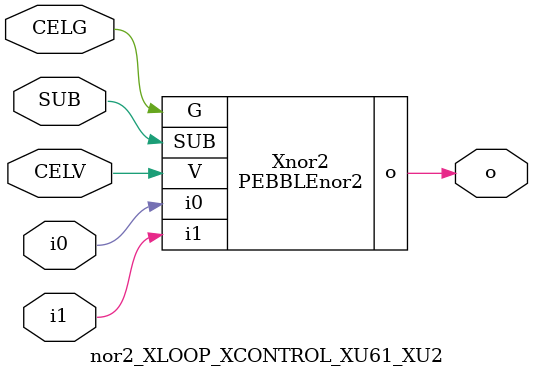
<source format=v>



module PEBBLEnor2 ( o, G, SUB, V, i0, i1 );

  input i0;
  input V;
  input i1;
  input G;
  output o;
  input SUB;
endmodule

//Celera Confidential Do Not Copy nor2_XLOOP_XCONTROL_XU61_XU2
//Celera Confidential Symbol Generator
//nor2
module nor2_XLOOP_XCONTROL_XU61_XU2 (CELV,CELG,i0,i1,o,SUB);
input CELV;
input CELG;
input i0;
input i1;
input SUB;
output o;

//Celera Confidential Do Not Copy nor2
PEBBLEnor2 Xnor2(
.V (CELV),
.i0 (i0),
.i1 (i1),
.o (o),
.SUB (SUB),
.G (CELG)
);
//,diesize,PEBBLEnor2

//Celera Confidential Do Not Copy Module End
//Celera Schematic Generator
endmodule

</source>
